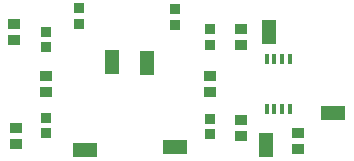
<source format=gbr>
%TF.GenerationSoftware,Altium Limited,Altium Designer,19.0.10 (269)*%
G04 Layer_Color=128*
%FSLAX26Y26*%
%MOIN*%
%TF.FileFunction,Paste,Bot*%
%TF.Part,Single*%
G01*
G75*
%TA.AperFunction,SMDPad,CuDef*%
%ADD10R,0.080709X0.045276*%
%ADD12R,0.016535X0.035000*%
%ADD19R,0.045276X0.080709*%
%ADD20R,0.037402X0.033465*%
%ADD21R,0.039370X0.035433*%
D10*
X1229000Y75000D02*
D03*
X1755000Y188000D02*
D03*
X926000Y63000D02*
D03*
D12*
X1610386Y202106D02*
D03*
X1584795D02*
D03*
X1559205D02*
D03*
X1533614D02*
D03*
X1610386Y367894D02*
D03*
X1584795D02*
D03*
X1559205D02*
D03*
X1533614D02*
D03*
D19*
X1016000Y356000D02*
D03*
X1135000Y354331D02*
D03*
X1531000Y82000D02*
D03*
X1542000Y456000D02*
D03*
D20*
X1344000Y117409D02*
D03*
Y168591D02*
D03*
Y415409D02*
D03*
Y466591D02*
D03*
X1226000Y533591D02*
D03*
Y482409D02*
D03*
X906000Y536591D02*
D03*
Y485409D02*
D03*
X798000Y170591D02*
D03*
Y119409D02*
D03*
X799000Y458591D02*
D03*
Y407409D02*
D03*
D21*
X1447000Y415425D02*
D03*
Y468575D02*
D03*
X1344000Y258425D02*
D03*
Y311575D02*
D03*
X1448000Y112425D02*
D03*
Y165575D02*
D03*
X1636000Y68425D02*
D03*
Y121575D02*
D03*
X698000Y137150D02*
D03*
Y84000D02*
D03*
X692000Y484575D02*
D03*
Y431425D02*
D03*
X797000Y309575D02*
D03*
Y256425D02*
D03*
%TF.MD5,b025d0fd76463ce62ab625595dd65000*%
M02*

</source>
